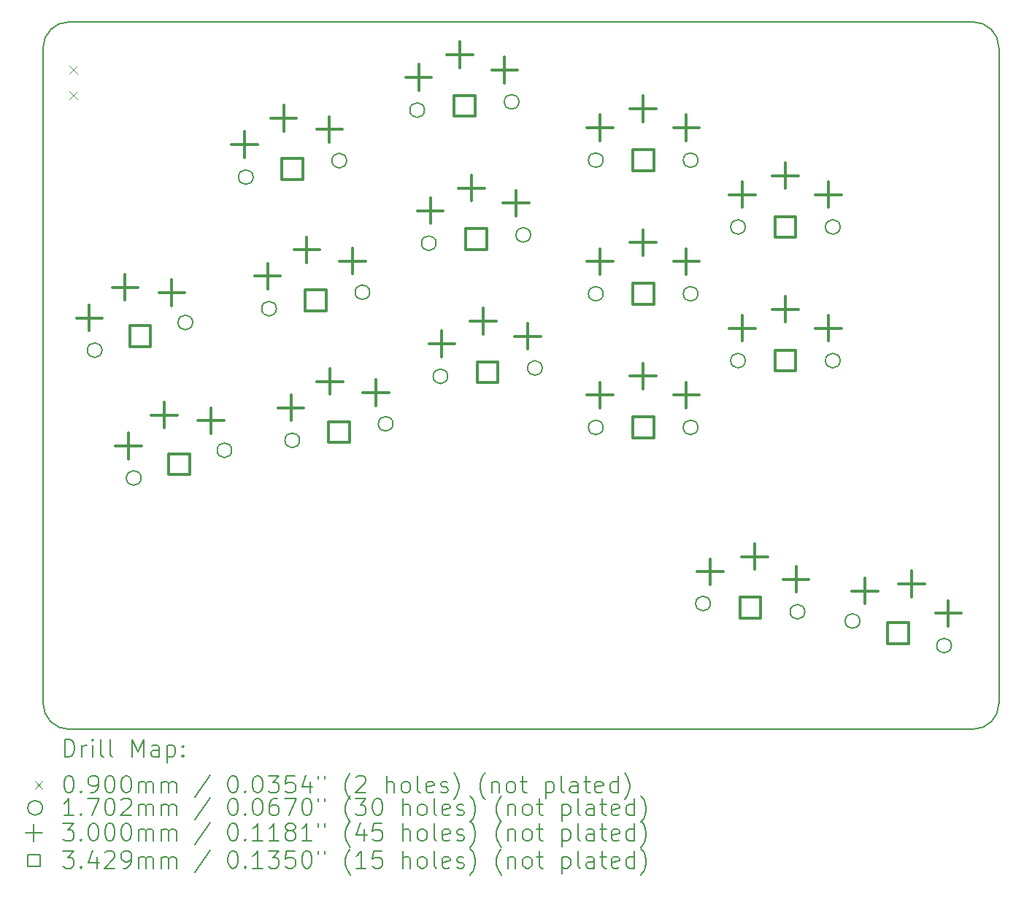
<source format=gbr>
%FSLAX45Y45*%
G04 Gerber Fmt 4.5, Leading zero omitted, Abs format (unit mm)*
G04 Created by KiCad (PCBNEW (6.0.4-0)) date 2022-06-15 11:12:56*
%MOMM*%
%LPD*%
G01*
G04 APERTURE LIST*
%TA.AperFunction,Profile*%
%ADD10C,0.150000*%
%TD*%
%ADD11C,0.200000*%
%ADD12C,0.090000*%
%ADD13C,0.170180*%
%ADD14C,0.300000*%
%ADD15C,0.342900*%
G04 APERTURE END LIST*
D10*
X19450634Y-5704187D02*
X29937965Y-5704187D01*
X30237973Y-6004187D02*
G75*
G03*
X29937965Y-5704187I-300003J-3D01*
G01*
X29937965Y-13909590D02*
X19450634Y-13909590D01*
X30237965Y-6004187D02*
X30237965Y-13609590D01*
X29937965Y-13909585D02*
G75*
G03*
X30237965Y-13609590I5J299995D01*
G01*
X19150640Y-13609590D02*
G75*
G03*
X19450634Y-13909590I299990J-10D01*
G01*
X19450634Y-5704184D02*
G75*
G03*
X19150634Y-6004187I6J-300006D01*
G01*
X19150634Y-13609590D02*
X19150634Y-6004187D01*
D11*
D12*
X19457176Y-6211550D02*
X19547176Y-6301550D01*
X19547176Y-6211550D02*
X19457176Y-6301550D01*
X19457176Y-6511550D02*
X19547176Y-6601550D01*
X19547176Y-6511550D02*
X19457176Y-6601550D01*
D13*
X19833566Y-9512519D02*
G75*
G03*
X19833566Y-9512519I-85090J0D01*
G01*
X20286742Y-10994792D02*
G75*
G03*
X20286742Y-10994792I-85090J0D01*
G01*
X20885501Y-9190910D02*
G75*
G03*
X20885501Y-9190910I-85090J0D01*
G01*
X21338677Y-10673183D02*
G75*
G03*
X21338677Y-10673183I-85090J0D01*
G01*
X21587224Y-7504615D02*
G75*
G03*
X21587224Y-7504615I-85090J0D01*
G01*
X21856378Y-9031068D02*
G75*
G03*
X21856378Y-9031068I-85090J0D01*
G01*
X22125533Y-10557520D02*
G75*
G03*
X22125533Y-10557520I-85090J0D01*
G01*
X22670512Y-7313602D02*
G75*
G03*
X22670512Y-7313602I-85090J0D01*
G01*
X22939667Y-8840055D02*
G75*
G03*
X22939667Y-8840055I-85090J0D01*
G01*
X23208821Y-10366507D02*
G75*
G03*
X23208821Y-10366507I-85090J0D01*
G01*
X23574406Y-6727138D02*
G75*
G03*
X23574406Y-6727138I-85090J0D01*
G01*
X23709498Y-8271240D02*
G75*
G03*
X23709498Y-8271240I-85090J0D01*
G01*
X23844589Y-9815342D02*
G75*
G03*
X23844589Y-9815342I-85090J0D01*
G01*
X24670220Y-6631267D02*
G75*
G03*
X24670220Y-6631267I-85090J0D01*
G01*
X24805312Y-8175369D02*
G75*
G03*
X24805312Y-8175369I-85090J0D01*
G01*
X24940403Y-9719471D02*
G75*
G03*
X24940403Y-9719471I-85090J0D01*
G01*
X25646290Y-7308200D02*
G75*
G03*
X25646290Y-7308200I-85090J0D01*
G01*
X25646290Y-8858200D02*
G75*
G03*
X25646290Y-8858200I-85090J0D01*
G01*
X25646290Y-10408200D02*
G75*
G03*
X25646290Y-10408200I-85090J0D01*
G01*
X26746290Y-7308200D02*
G75*
G03*
X26746290Y-7308200I-85090J0D01*
G01*
X26746290Y-8858200D02*
G75*
G03*
X26746290Y-8858200I-85090J0D01*
G01*
X26746290Y-10408200D02*
G75*
G03*
X26746290Y-10408200I-85090J0D01*
G01*
X26890280Y-12451071D02*
G75*
G03*
X26890280Y-12451071I-85090J0D01*
G01*
X27296290Y-8083200D02*
G75*
G03*
X27296290Y-8083200I-85090J0D01*
G01*
X27296290Y-9633200D02*
G75*
G03*
X27296290Y-9633200I-85090J0D01*
G01*
X27986095Y-12546942D02*
G75*
G03*
X27986095Y-12546942I-85090J0D01*
G01*
X28396290Y-8083200D02*
G75*
G03*
X28396290Y-8083200I-85090J0D01*
G01*
X28396290Y-9633200D02*
G75*
G03*
X28396290Y-9633200I-85090J0D01*
G01*
X28624323Y-12654566D02*
G75*
G03*
X28624323Y-12654566I-85090J0D01*
G01*
X29686841Y-12939267D02*
G75*
G03*
X29686841Y-12939267I-85090J0D01*
G01*
D14*
X19686651Y-8989287D02*
X19686651Y-9289287D01*
X19536651Y-9139287D02*
X19836651Y-9139287D01*
X20100482Y-8632714D02*
X20100482Y-8932714D01*
X19950482Y-8782714D02*
X20250482Y-8782714D01*
X20139828Y-10471559D02*
X20139828Y-10771559D01*
X19989828Y-10621559D02*
X20289828Y-10621559D01*
X20553658Y-10114986D02*
X20553658Y-10414986D01*
X20403658Y-10264986D02*
X20703658Y-10264986D01*
X20642956Y-8696915D02*
X20642956Y-8996915D01*
X20492956Y-8846915D02*
X20792956Y-8846915D01*
X21096132Y-10179187D02*
X21096132Y-10479187D01*
X20946132Y-10329187D02*
X21246132Y-10329187D01*
X21486256Y-6976630D02*
X21486256Y-7276630D01*
X21336256Y-7126630D02*
X21636256Y-7126630D01*
X21755411Y-8503082D02*
X21755411Y-8803082D01*
X21605411Y-8653082D02*
X21905411Y-8653082D01*
X21940457Y-6673148D02*
X21940457Y-6973148D01*
X21790457Y-6823148D02*
X22090457Y-6823148D01*
X22024565Y-10029534D02*
X22024565Y-10329534D01*
X21874565Y-10179534D02*
X22174565Y-10179534D01*
X22209612Y-8199600D02*
X22209612Y-8499600D01*
X22059612Y-8349600D02*
X22359612Y-8349600D01*
X22471064Y-6802982D02*
X22471064Y-7102982D01*
X22321064Y-6952982D02*
X22621064Y-6952982D01*
X22478766Y-9726052D02*
X22478766Y-10026052D01*
X22328767Y-9876052D02*
X22628766Y-9876052D01*
X22740218Y-8329434D02*
X22740218Y-8629434D01*
X22590218Y-8479434D02*
X22890218Y-8479434D01*
X23009373Y-9855886D02*
X23009373Y-10155886D01*
X22859373Y-10005886D02*
X23159373Y-10005886D01*
X23506442Y-6199208D02*
X23506442Y-6499208D01*
X23356442Y-6349208D02*
X23656442Y-6349208D01*
X23641534Y-7743309D02*
X23641534Y-8043309D01*
X23491534Y-7893309D02*
X23791534Y-7893309D01*
X23776625Y-9287411D02*
X23776625Y-9587411D01*
X23626625Y-9437411D02*
X23926625Y-9437411D01*
X23985365Y-5936467D02*
X23985365Y-6236467D01*
X23835365Y-6086467D02*
X24135365Y-6086467D01*
X24120457Y-7480569D02*
X24120457Y-7780569D01*
X23970457Y-7630569D02*
X24270457Y-7630569D01*
X24255548Y-9024670D02*
X24255548Y-9324670D01*
X24105548Y-9174670D02*
X24405548Y-9174670D01*
X24502637Y-6112052D02*
X24502637Y-6412052D01*
X24352637Y-6262052D02*
X24652637Y-6262052D01*
X24637729Y-7656154D02*
X24637729Y-7956154D01*
X24487729Y-7806154D02*
X24787729Y-7806154D01*
X24772820Y-9200255D02*
X24772820Y-9500255D01*
X24622820Y-9350255D02*
X24922820Y-9350255D01*
X25611200Y-6783200D02*
X25611200Y-7083200D01*
X25461200Y-6933200D02*
X25761200Y-6933200D01*
X25611200Y-8333200D02*
X25611200Y-8633200D01*
X25461200Y-8483200D02*
X25761200Y-8483200D01*
X25611200Y-9883200D02*
X25611200Y-10183200D01*
X25461200Y-10033200D02*
X25761200Y-10033200D01*
X26111200Y-6563200D02*
X26111200Y-6863200D01*
X25961200Y-6713200D02*
X26261200Y-6713200D01*
X26111200Y-8113200D02*
X26111200Y-8413200D01*
X25961200Y-8263200D02*
X26261200Y-8263200D01*
X26111200Y-9663200D02*
X26111200Y-9963200D01*
X25961200Y-9813200D02*
X26261200Y-9813200D01*
X26611200Y-6783200D02*
X26611200Y-7083200D01*
X26461200Y-6933200D02*
X26761200Y-6933200D01*
X26611200Y-8333200D02*
X26611200Y-8633200D01*
X26461200Y-8483200D02*
X26761200Y-8483200D01*
X26611200Y-9883200D02*
X26611200Y-10183200D01*
X26461200Y-10033200D02*
X26761200Y-10033200D01*
X26887683Y-11931856D02*
X26887683Y-12231856D01*
X26737683Y-12081856D02*
X27037683Y-12081856D01*
X27261200Y-7558200D02*
X27261200Y-7858200D01*
X27111200Y-7708200D02*
X27411200Y-7708200D01*
X27261200Y-9108200D02*
X27261200Y-9408200D01*
X27111200Y-9258200D02*
X27411200Y-9258200D01*
X27404955Y-11756271D02*
X27404955Y-12056271D01*
X27254955Y-11906271D02*
X27554955Y-11906271D01*
X27761200Y-7338200D02*
X27761200Y-7638200D01*
X27611200Y-7488200D02*
X27911200Y-7488200D01*
X27761200Y-8888200D02*
X27761200Y-9188200D01*
X27611200Y-9038200D02*
X27911200Y-9038200D01*
X27883878Y-12019011D02*
X27883878Y-12319011D01*
X27733878Y-12169011D02*
X28033878Y-12169011D01*
X28261200Y-7558200D02*
X28261200Y-7858200D01*
X28111200Y-7708200D02*
X28411200Y-7708200D01*
X28261200Y-9108200D02*
X28261200Y-9408200D01*
X28111200Y-9258200D02*
X28411200Y-9258200D01*
X28684586Y-12155285D02*
X28684586Y-12455285D01*
X28534586Y-12305285D02*
X28834586Y-12305285D01*
X29224489Y-12072191D02*
X29224489Y-12372191D01*
X29074489Y-12222191D02*
X29374489Y-12222191D01*
X29650512Y-12414104D02*
X29650512Y-12714104D01*
X29500512Y-12564104D02*
X29800512Y-12564104D01*
D15*
X20395678Y-9472949D02*
X20395678Y-9230480D01*
X20153209Y-9230480D01*
X20153209Y-9472949D01*
X20395678Y-9472949D01*
X20848854Y-10955222D02*
X20848854Y-10712753D01*
X20606385Y-10712753D01*
X20606385Y-10955222D01*
X20848854Y-10955222D01*
X22165013Y-7530344D02*
X22165013Y-7287874D01*
X21922543Y-7287874D01*
X21922543Y-7530344D01*
X22165013Y-7530344D01*
X22434167Y-9056796D02*
X22434167Y-8814326D01*
X22191698Y-8814326D01*
X22191698Y-9056796D01*
X22434167Y-9056796D01*
X22703322Y-10583248D02*
X22703322Y-10340778D01*
X22460853Y-10340778D01*
X22460853Y-10583248D01*
X22703322Y-10583248D01*
X24158458Y-6800437D02*
X24158458Y-6557968D01*
X23915989Y-6557968D01*
X23915989Y-6800437D01*
X24158458Y-6800437D01*
X24293549Y-8344539D02*
X24293549Y-8102070D01*
X24051080Y-8102070D01*
X24051080Y-8344539D01*
X24293549Y-8344539D01*
X24428641Y-9888641D02*
X24428641Y-9646172D01*
X24186171Y-9646172D01*
X24186171Y-9888641D01*
X24428641Y-9888641D01*
X26232435Y-7429435D02*
X26232435Y-7186965D01*
X25989965Y-7186965D01*
X25989965Y-7429435D01*
X26232435Y-7429435D01*
X26232435Y-8979435D02*
X26232435Y-8736965D01*
X25989965Y-8736965D01*
X25989965Y-8979435D01*
X26232435Y-8979435D01*
X26232435Y-10529435D02*
X26232435Y-10286965D01*
X25989965Y-10286965D01*
X25989965Y-10529435D01*
X26232435Y-10529435D01*
X27474332Y-12620241D02*
X27474332Y-12377772D01*
X27231863Y-12377772D01*
X27231863Y-12620241D01*
X27474332Y-12620241D01*
X27882435Y-8204435D02*
X27882435Y-7961965D01*
X27639965Y-7961965D01*
X27639965Y-8204435D01*
X27882435Y-8204435D01*
X27882435Y-9754435D02*
X27882435Y-9511965D01*
X27639965Y-9511965D01*
X27639965Y-9754435D01*
X27882435Y-9754435D01*
X29191727Y-12918152D02*
X29191727Y-12675682D01*
X28949258Y-12675682D01*
X28949258Y-12918152D01*
X29191727Y-12918152D01*
D11*
X19400753Y-14227566D02*
X19400753Y-14027566D01*
X19448372Y-14027566D01*
X19476944Y-14037090D01*
X19495991Y-14056137D01*
X19505515Y-14075185D01*
X19515039Y-14113280D01*
X19515039Y-14141852D01*
X19505515Y-14179947D01*
X19495991Y-14198995D01*
X19476944Y-14218042D01*
X19448372Y-14227566D01*
X19400753Y-14227566D01*
X19600753Y-14227566D02*
X19600753Y-14094233D01*
X19600753Y-14132328D02*
X19610277Y-14113280D01*
X19619801Y-14103756D01*
X19638849Y-14094233D01*
X19657896Y-14094233D01*
X19724563Y-14227566D02*
X19724563Y-14094233D01*
X19724563Y-14027566D02*
X19715039Y-14037090D01*
X19724563Y-14046614D01*
X19734087Y-14037090D01*
X19724563Y-14027566D01*
X19724563Y-14046614D01*
X19848372Y-14227566D02*
X19829325Y-14218042D01*
X19819801Y-14198995D01*
X19819801Y-14027566D01*
X19953134Y-14227566D02*
X19934087Y-14218042D01*
X19924563Y-14198995D01*
X19924563Y-14027566D01*
X20181706Y-14227566D02*
X20181706Y-14027566D01*
X20248372Y-14170423D01*
X20315039Y-14027566D01*
X20315039Y-14227566D01*
X20495991Y-14227566D02*
X20495991Y-14122804D01*
X20486468Y-14103756D01*
X20467420Y-14094233D01*
X20429325Y-14094233D01*
X20410277Y-14103756D01*
X20495991Y-14218042D02*
X20476944Y-14227566D01*
X20429325Y-14227566D01*
X20410277Y-14218042D01*
X20400753Y-14198995D01*
X20400753Y-14179947D01*
X20410277Y-14160899D01*
X20429325Y-14151376D01*
X20476944Y-14151376D01*
X20495991Y-14141852D01*
X20591230Y-14094233D02*
X20591230Y-14294233D01*
X20591230Y-14103756D02*
X20610277Y-14094233D01*
X20648372Y-14094233D01*
X20667420Y-14103756D01*
X20676944Y-14113280D01*
X20686468Y-14132328D01*
X20686468Y-14189471D01*
X20676944Y-14208518D01*
X20667420Y-14218042D01*
X20648372Y-14227566D01*
X20610277Y-14227566D01*
X20591230Y-14218042D01*
X20772182Y-14208518D02*
X20781706Y-14218042D01*
X20772182Y-14227566D01*
X20762658Y-14218042D01*
X20772182Y-14208518D01*
X20772182Y-14227566D01*
X20772182Y-14103756D02*
X20781706Y-14113280D01*
X20772182Y-14122804D01*
X20762658Y-14113280D01*
X20772182Y-14103756D01*
X20772182Y-14122804D01*
D12*
X19053134Y-14512090D02*
X19143134Y-14602090D01*
X19143134Y-14512090D02*
X19053134Y-14602090D01*
D11*
X19438849Y-14447566D02*
X19457896Y-14447566D01*
X19476944Y-14457090D01*
X19486468Y-14466614D01*
X19495991Y-14485661D01*
X19505515Y-14523756D01*
X19505515Y-14571376D01*
X19495991Y-14609471D01*
X19486468Y-14628518D01*
X19476944Y-14638042D01*
X19457896Y-14647566D01*
X19438849Y-14647566D01*
X19419801Y-14638042D01*
X19410277Y-14628518D01*
X19400753Y-14609471D01*
X19391230Y-14571376D01*
X19391230Y-14523756D01*
X19400753Y-14485661D01*
X19410277Y-14466614D01*
X19419801Y-14457090D01*
X19438849Y-14447566D01*
X19591230Y-14628518D02*
X19600753Y-14638042D01*
X19591230Y-14647566D01*
X19581706Y-14638042D01*
X19591230Y-14628518D01*
X19591230Y-14647566D01*
X19695991Y-14647566D02*
X19734087Y-14647566D01*
X19753134Y-14638042D01*
X19762658Y-14628518D01*
X19781706Y-14599947D01*
X19791230Y-14561852D01*
X19791230Y-14485661D01*
X19781706Y-14466614D01*
X19772182Y-14457090D01*
X19753134Y-14447566D01*
X19715039Y-14447566D01*
X19695991Y-14457090D01*
X19686468Y-14466614D01*
X19676944Y-14485661D01*
X19676944Y-14533280D01*
X19686468Y-14552328D01*
X19695991Y-14561852D01*
X19715039Y-14571376D01*
X19753134Y-14571376D01*
X19772182Y-14561852D01*
X19781706Y-14552328D01*
X19791230Y-14533280D01*
X19915039Y-14447566D02*
X19934087Y-14447566D01*
X19953134Y-14457090D01*
X19962658Y-14466614D01*
X19972182Y-14485661D01*
X19981706Y-14523756D01*
X19981706Y-14571376D01*
X19972182Y-14609471D01*
X19962658Y-14628518D01*
X19953134Y-14638042D01*
X19934087Y-14647566D01*
X19915039Y-14647566D01*
X19895991Y-14638042D01*
X19886468Y-14628518D01*
X19876944Y-14609471D01*
X19867420Y-14571376D01*
X19867420Y-14523756D01*
X19876944Y-14485661D01*
X19886468Y-14466614D01*
X19895991Y-14457090D01*
X19915039Y-14447566D01*
X20105515Y-14447566D02*
X20124563Y-14447566D01*
X20143610Y-14457090D01*
X20153134Y-14466614D01*
X20162658Y-14485661D01*
X20172182Y-14523756D01*
X20172182Y-14571376D01*
X20162658Y-14609471D01*
X20153134Y-14628518D01*
X20143610Y-14638042D01*
X20124563Y-14647566D01*
X20105515Y-14647566D01*
X20086468Y-14638042D01*
X20076944Y-14628518D01*
X20067420Y-14609471D01*
X20057896Y-14571376D01*
X20057896Y-14523756D01*
X20067420Y-14485661D01*
X20076944Y-14466614D01*
X20086468Y-14457090D01*
X20105515Y-14447566D01*
X20257896Y-14647566D02*
X20257896Y-14514233D01*
X20257896Y-14533280D02*
X20267420Y-14523756D01*
X20286468Y-14514233D01*
X20315039Y-14514233D01*
X20334087Y-14523756D01*
X20343610Y-14542804D01*
X20343610Y-14647566D01*
X20343610Y-14542804D02*
X20353134Y-14523756D01*
X20372182Y-14514233D01*
X20400753Y-14514233D01*
X20419801Y-14523756D01*
X20429325Y-14542804D01*
X20429325Y-14647566D01*
X20524563Y-14647566D02*
X20524563Y-14514233D01*
X20524563Y-14533280D02*
X20534087Y-14523756D01*
X20553134Y-14514233D01*
X20581706Y-14514233D01*
X20600753Y-14523756D01*
X20610277Y-14542804D01*
X20610277Y-14647566D01*
X20610277Y-14542804D02*
X20619801Y-14523756D01*
X20638849Y-14514233D01*
X20667420Y-14514233D01*
X20686468Y-14523756D01*
X20695991Y-14542804D01*
X20695991Y-14647566D01*
X21086468Y-14438042D02*
X20915039Y-14695185D01*
X21343610Y-14447566D02*
X21362658Y-14447566D01*
X21381706Y-14457090D01*
X21391230Y-14466614D01*
X21400753Y-14485661D01*
X21410277Y-14523756D01*
X21410277Y-14571376D01*
X21400753Y-14609471D01*
X21391230Y-14628518D01*
X21381706Y-14638042D01*
X21362658Y-14647566D01*
X21343610Y-14647566D01*
X21324563Y-14638042D01*
X21315039Y-14628518D01*
X21305515Y-14609471D01*
X21295991Y-14571376D01*
X21295991Y-14523756D01*
X21305515Y-14485661D01*
X21315039Y-14466614D01*
X21324563Y-14457090D01*
X21343610Y-14447566D01*
X21495991Y-14628518D02*
X21505515Y-14638042D01*
X21495991Y-14647566D01*
X21486468Y-14638042D01*
X21495991Y-14628518D01*
X21495991Y-14647566D01*
X21629325Y-14447566D02*
X21648372Y-14447566D01*
X21667420Y-14457090D01*
X21676944Y-14466614D01*
X21686468Y-14485661D01*
X21695991Y-14523756D01*
X21695991Y-14571376D01*
X21686468Y-14609471D01*
X21676944Y-14628518D01*
X21667420Y-14638042D01*
X21648372Y-14647566D01*
X21629325Y-14647566D01*
X21610277Y-14638042D01*
X21600753Y-14628518D01*
X21591230Y-14609471D01*
X21581706Y-14571376D01*
X21581706Y-14523756D01*
X21591230Y-14485661D01*
X21600753Y-14466614D01*
X21610277Y-14457090D01*
X21629325Y-14447566D01*
X21762658Y-14447566D02*
X21886468Y-14447566D01*
X21819801Y-14523756D01*
X21848372Y-14523756D01*
X21867420Y-14533280D01*
X21876944Y-14542804D01*
X21886468Y-14561852D01*
X21886468Y-14609471D01*
X21876944Y-14628518D01*
X21867420Y-14638042D01*
X21848372Y-14647566D01*
X21791230Y-14647566D01*
X21772182Y-14638042D01*
X21762658Y-14628518D01*
X22067420Y-14447566D02*
X21972182Y-14447566D01*
X21962658Y-14542804D01*
X21972182Y-14533280D01*
X21991230Y-14523756D01*
X22038849Y-14523756D01*
X22057896Y-14533280D01*
X22067420Y-14542804D01*
X22076944Y-14561852D01*
X22076944Y-14609471D01*
X22067420Y-14628518D01*
X22057896Y-14638042D01*
X22038849Y-14647566D01*
X21991230Y-14647566D01*
X21972182Y-14638042D01*
X21962658Y-14628518D01*
X22248372Y-14514233D02*
X22248372Y-14647566D01*
X22200753Y-14438042D02*
X22153134Y-14580899D01*
X22276944Y-14580899D01*
X22343610Y-14447566D02*
X22343610Y-14485661D01*
X22419801Y-14447566D02*
X22419801Y-14485661D01*
X22715039Y-14723756D02*
X22705515Y-14714233D01*
X22686468Y-14685661D01*
X22676944Y-14666614D01*
X22667420Y-14638042D01*
X22657896Y-14590423D01*
X22657896Y-14552328D01*
X22667420Y-14504709D01*
X22676944Y-14476137D01*
X22686468Y-14457090D01*
X22705515Y-14428518D01*
X22715039Y-14418995D01*
X22781706Y-14466614D02*
X22791229Y-14457090D01*
X22810277Y-14447566D01*
X22857896Y-14447566D01*
X22876944Y-14457090D01*
X22886468Y-14466614D01*
X22895991Y-14485661D01*
X22895991Y-14504709D01*
X22886468Y-14533280D01*
X22772182Y-14647566D01*
X22895991Y-14647566D01*
X23134087Y-14647566D02*
X23134087Y-14447566D01*
X23219801Y-14647566D02*
X23219801Y-14542804D01*
X23210277Y-14523756D01*
X23191229Y-14514233D01*
X23162658Y-14514233D01*
X23143610Y-14523756D01*
X23134087Y-14533280D01*
X23343610Y-14647566D02*
X23324563Y-14638042D01*
X23315039Y-14628518D01*
X23305515Y-14609471D01*
X23305515Y-14552328D01*
X23315039Y-14533280D01*
X23324563Y-14523756D01*
X23343610Y-14514233D01*
X23372182Y-14514233D01*
X23391229Y-14523756D01*
X23400753Y-14533280D01*
X23410277Y-14552328D01*
X23410277Y-14609471D01*
X23400753Y-14628518D01*
X23391229Y-14638042D01*
X23372182Y-14647566D01*
X23343610Y-14647566D01*
X23524563Y-14647566D02*
X23505515Y-14638042D01*
X23495991Y-14618995D01*
X23495991Y-14447566D01*
X23676944Y-14638042D02*
X23657896Y-14647566D01*
X23619801Y-14647566D01*
X23600753Y-14638042D01*
X23591229Y-14618995D01*
X23591229Y-14542804D01*
X23600753Y-14523756D01*
X23619801Y-14514233D01*
X23657896Y-14514233D01*
X23676944Y-14523756D01*
X23686468Y-14542804D01*
X23686468Y-14561852D01*
X23591229Y-14580899D01*
X23762658Y-14638042D02*
X23781706Y-14647566D01*
X23819801Y-14647566D01*
X23838848Y-14638042D01*
X23848372Y-14618995D01*
X23848372Y-14609471D01*
X23838848Y-14590423D01*
X23819801Y-14580899D01*
X23791229Y-14580899D01*
X23772182Y-14571376D01*
X23762658Y-14552328D01*
X23762658Y-14542804D01*
X23772182Y-14523756D01*
X23791229Y-14514233D01*
X23819801Y-14514233D01*
X23838848Y-14523756D01*
X23915039Y-14723756D02*
X23924563Y-14714233D01*
X23943610Y-14685661D01*
X23953134Y-14666614D01*
X23962658Y-14638042D01*
X23972182Y-14590423D01*
X23972182Y-14552328D01*
X23962658Y-14504709D01*
X23953134Y-14476137D01*
X23943610Y-14457090D01*
X23924563Y-14428518D01*
X23915039Y-14418995D01*
X24276944Y-14723756D02*
X24267420Y-14714233D01*
X24248372Y-14685661D01*
X24238848Y-14666614D01*
X24229325Y-14638042D01*
X24219801Y-14590423D01*
X24219801Y-14552328D01*
X24229325Y-14504709D01*
X24238848Y-14476137D01*
X24248372Y-14457090D01*
X24267420Y-14428518D01*
X24276944Y-14418995D01*
X24353134Y-14514233D02*
X24353134Y-14647566D01*
X24353134Y-14533280D02*
X24362658Y-14523756D01*
X24381706Y-14514233D01*
X24410277Y-14514233D01*
X24429325Y-14523756D01*
X24438848Y-14542804D01*
X24438848Y-14647566D01*
X24562658Y-14647566D02*
X24543610Y-14638042D01*
X24534087Y-14628518D01*
X24524563Y-14609471D01*
X24524563Y-14552328D01*
X24534087Y-14533280D01*
X24543610Y-14523756D01*
X24562658Y-14514233D01*
X24591229Y-14514233D01*
X24610277Y-14523756D01*
X24619801Y-14533280D01*
X24629325Y-14552328D01*
X24629325Y-14609471D01*
X24619801Y-14628518D01*
X24610277Y-14638042D01*
X24591229Y-14647566D01*
X24562658Y-14647566D01*
X24686468Y-14514233D02*
X24762658Y-14514233D01*
X24715039Y-14447566D02*
X24715039Y-14618995D01*
X24724563Y-14638042D01*
X24743610Y-14647566D01*
X24762658Y-14647566D01*
X24981706Y-14514233D02*
X24981706Y-14714233D01*
X24981706Y-14523756D02*
X25000753Y-14514233D01*
X25038848Y-14514233D01*
X25057896Y-14523756D01*
X25067420Y-14533280D01*
X25076944Y-14552328D01*
X25076944Y-14609471D01*
X25067420Y-14628518D01*
X25057896Y-14638042D01*
X25038848Y-14647566D01*
X25000753Y-14647566D01*
X24981706Y-14638042D01*
X25191229Y-14647566D02*
X25172182Y-14638042D01*
X25162658Y-14618995D01*
X25162658Y-14447566D01*
X25353134Y-14647566D02*
X25353134Y-14542804D01*
X25343610Y-14523756D01*
X25324563Y-14514233D01*
X25286468Y-14514233D01*
X25267420Y-14523756D01*
X25353134Y-14638042D02*
X25334087Y-14647566D01*
X25286468Y-14647566D01*
X25267420Y-14638042D01*
X25257896Y-14618995D01*
X25257896Y-14599947D01*
X25267420Y-14580899D01*
X25286468Y-14571376D01*
X25334087Y-14571376D01*
X25353134Y-14561852D01*
X25419801Y-14514233D02*
X25495991Y-14514233D01*
X25448372Y-14447566D02*
X25448372Y-14618995D01*
X25457896Y-14638042D01*
X25476944Y-14647566D01*
X25495991Y-14647566D01*
X25638848Y-14638042D02*
X25619801Y-14647566D01*
X25581706Y-14647566D01*
X25562658Y-14638042D01*
X25553134Y-14618995D01*
X25553134Y-14542804D01*
X25562658Y-14523756D01*
X25581706Y-14514233D01*
X25619801Y-14514233D01*
X25638848Y-14523756D01*
X25648372Y-14542804D01*
X25648372Y-14561852D01*
X25553134Y-14580899D01*
X25819801Y-14647566D02*
X25819801Y-14447566D01*
X25819801Y-14638042D02*
X25800753Y-14647566D01*
X25762658Y-14647566D01*
X25743610Y-14638042D01*
X25734087Y-14628518D01*
X25724563Y-14609471D01*
X25724563Y-14552328D01*
X25734087Y-14533280D01*
X25743610Y-14523756D01*
X25762658Y-14514233D01*
X25800753Y-14514233D01*
X25819801Y-14523756D01*
X25895991Y-14723756D02*
X25905515Y-14714233D01*
X25924563Y-14685661D01*
X25934087Y-14666614D01*
X25943610Y-14638042D01*
X25953134Y-14590423D01*
X25953134Y-14552328D01*
X25943610Y-14504709D01*
X25934087Y-14476137D01*
X25924563Y-14457090D01*
X25905515Y-14428518D01*
X25895991Y-14418995D01*
D13*
X19143134Y-14821090D02*
G75*
G03*
X19143134Y-14821090I-85090J0D01*
G01*
D11*
X19505515Y-14911566D02*
X19391230Y-14911566D01*
X19448372Y-14911566D02*
X19448372Y-14711566D01*
X19429325Y-14740137D01*
X19410277Y-14759185D01*
X19391230Y-14768709D01*
X19591230Y-14892518D02*
X19600753Y-14902042D01*
X19591230Y-14911566D01*
X19581706Y-14902042D01*
X19591230Y-14892518D01*
X19591230Y-14911566D01*
X19667420Y-14711566D02*
X19800753Y-14711566D01*
X19715039Y-14911566D01*
X19915039Y-14711566D02*
X19934087Y-14711566D01*
X19953134Y-14721090D01*
X19962658Y-14730614D01*
X19972182Y-14749661D01*
X19981706Y-14787756D01*
X19981706Y-14835376D01*
X19972182Y-14873471D01*
X19962658Y-14892518D01*
X19953134Y-14902042D01*
X19934087Y-14911566D01*
X19915039Y-14911566D01*
X19895991Y-14902042D01*
X19886468Y-14892518D01*
X19876944Y-14873471D01*
X19867420Y-14835376D01*
X19867420Y-14787756D01*
X19876944Y-14749661D01*
X19886468Y-14730614D01*
X19895991Y-14721090D01*
X19915039Y-14711566D01*
X20057896Y-14730614D02*
X20067420Y-14721090D01*
X20086468Y-14711566D01*
X20134087Y-14711566D01*
X20153134Y-14721090D01*
X20162658Y-14730614D01*
X20172182Y-14749661D01*
X20172182Y-14768709D01*
X20162658Y-14797280D01*
X20048372Y-14911566D01*
X20172182Y-14911566D01*
X20257896Y-14911566D02*
X20257896Y-14778233D01*
X20257896Y-14797280D02*
X20267420Y-14787756D01*
X20286468Y-14778233D01*
X20315039Y-14778233D01*
X20334087Y-14787756D01*
X20343610Y-14806804D01*
X20343610Y-14911566D01*
X20343610Y-14806804D02*
X20353134Y-14787756D01*
X20372182Y-14778233D01*
X20400753Y-14778233D01*
X20419801Y-14787756D01*
X20429325Y-14806804D01*
X20429325Y-14911566D01*
X20524563Y-14911566D02*
X20524563Y-14778233D01*
X20524563Y-14797280D02*
X20534087Y-14787756D01*
X20553134Y-14778233D01*
X20581706Y-14778233D01*
X20600753Y-14787756D01*
X20610277Y-14806804D01*
X20610277Y-14911566D01*
X20610277Y-14806804D02*
X20619801Y-14787756D01*
X20638849Y-14778233D01*
X20667420Y-14778233D01*
X20686468Y-14787756D01*
X20695991Y-14806804D01*
X20695991Y-14911566D01*
X21086468Y-14702042D02*
X20915039Y-14959185D01*
X21343610Y-14711566D02*
X21362658Y-14711566D01*
X21381706Y-14721090D01*
X21391230Y-14730614D01*
X21400753Y-14749661D01*
X21410277Y-14787756D01*
X21410277Y-14835376D01*
X21400753Y-14873471D01*
X21391230Y-14892518D01*
X21381706Y-14902042D01*
X21362658Y-14911566D01*
X21343610Y-14911566D01*
X21324563Y-14902042D01*
X21315039Y-14892518D01*
X21305515Y-14873471D01*
X21295991Y-14835376D01*
X21295991Y-14787756D01*
X21305515Y-14749661D01*
X21315039Y-14730614D01*
X21324563Y-14721090D01*
X21343610Y-14711566D01*
X21495991Y-14892518D02*
X21505515Y-14902042D01*
X21495991Y-14911566D01*
X21486468Y-14902042D01*
X21495991Y-14892518D01*
X21495991Y-14911566D01*
X21629325Y-14711566D02*
X21648372Y-14711566D01*
X21667420Y-14721090D01*
X21676944Y-14730614D01*
X21686468Y-14749661D01*
X21695991Y-14787756D01*
X21695991Y-14835376D01*
X21686468Y-14873471D01*
X21676944Y-14892518D01*
X21667420Y-14902042D01*
X21648372Y-14911566D01*
X21629325Y-14911566D01*
X21610277Y-14902042D01*
X21600753Y-14892518D01*
X21591230Y-14873471D01*
X21581706Y-14835376D01*
X21581706Y-14787756D01*
X21591230Y-14749661D01*
X21600753Y-14730614D01*
X21610277Y-14721090D01*
X21629325Y-14711566D01*
X21867420Y-14711566D02*
X21829325Y-14711566D01*
X21810277Y-14721090D01*
X21800753Y-14730614D01*
X21781706Y-14759185D01*
X21772182Y-14797280D01*
X21772182Y-14873471D01*
X21781706Y-14892518D01*
X21791230Y-14902042D01*
X21810277Y-14911566D01*
X21848372Y-14911566D01*
X21867420Y-14902042D01*
X21876944Y-14892518D01*
X21886468Y-14873471D01*
X21886468Y-14825852D01*
X21876944Y-14806804D01*
X21867420Y-14797280D01*
X21848372Y-14787756D01*
X21810277Y-14787756D01*
X21791230Y-14797280D01*
X21781706Y-14806804D01*
X21772182Y-14825852D01*
X21953134Y-14711566D02*
X22086468Y-14711566D01*
X22000753Y-14911566D01*
X22200753Y-14711566D02*
X22219801Y-14711566D01*
X22238849Y-14721090D01*
X22248372Y-14730614D01*
X22257896Y-14749661D01*
X22267420Y-14787756D01*
X22267420Y-14835376D01*
X22257896Y-14873471D01*
X22248372Y-14892518D01*
X22238849Y-14902042D01*
X22219801Y-14911566D01*
X22200753Y-14911566D01*
X22181706Y-14902042D01*
X22172182Y-14892518D01*
X22162658Y-14873471D01*
X22153134Y-14835376D01*
X22153134Y-14787756D01*
X22162658Y-14749661D01*
X22172182Y-14730614D01*
X22181706Y-14721090D01*
X22200753Y-14711566D01*
X22343610Y-14711566D02*
X22343610Y-14749661D01*
X22419801Y-14711566D02*
X22419801Y-14749661D01*
X22715039Y-14987756D02*
X22705515Y-14978233D01*
X22686468Y-14949661D01*
X22676944Y-14930614D01*
X22667420Y-14902042D01*
X22657896Y-14854423D01*
X22657896Y-14816328D01*
X22667420Y-14768709D01*
X22676944Y-14740137D01*
X22686468Y-14721090D01*
X22705515Y-14692518D01*
X22715039Y-14682995D01*
X22772182Y-14711566D02*
X22895991Y-14711566D01*
X22829325Y-14787756D01*
X22857896Y-14787756D01*
X22876944Y-14797280D01*
X22886468Y-14806804D01*
X22895991Y-14825852D01*
X22895991Y-14873471D01*
X22886468Y-14892518D01*
X22876944Y-14902042D01*
X22857896Y-14911566D01*
X22800753Y-14911566D01*
X22781706Y-14902042D01*
X22772182Y-14892518D01*
X23019801Y-14711566D02*
X23038848Y-14711566D01*
X23057896Y-14721090D01*
X23067420Y-14730614D01*
X23076944Y-14749661D01*
X23086468Y-14787756D01*
X23086468Y-14835376D01*
X23076944Y-14873471D01*
X23067420Y-14892518D01*
X23057896Y-14902042D01*
X23038848Y-14911566D01*
X23019801Y-14911566D01*
X23000753Y-14902042D01*
X22991229Y-14892518D01*
X22981706Y-14873471D01*
X22972182Y-14835376D01*
X22972182Y-14787756D01*
X22981706Y-14749661D01*
X22991229Y-14730614D01*
X23000753Y-14721090D01*
X23019801Y-14711566D01*
X23324563Y-14911566D02*
X23324563Y-14711566D01*
X23410277Y-14911566D02*
X23410277Y-14806804D01*
X23400753Y-14787756D01*
X23381706Y-14778233D01*
X23353134Y-14778233D01*
X23334087Y-14787756D01*
X23324563Y-14797280D01*
X23534087Y-14911566D02*
X23515039Y-14902042D01*
X23505515Y-14892518D01*
X23495991Y-14873471D01*
X23495991Y-14816328D01*
X23505515Y-14797280D01*
X23515039Y-14787756D01*
X23534087Y-14778233D01*
X23562658Y-14778233D01*
X23581706Y-14787756D01*
X23591229Y-14797280D01*
X23600753Y-14816328D01*
X23600753Y-14873471D01*
X23591229Y-14892518D01*
X23581706Y-14902042D01*
X23562658Y-14911566D01*
X23534087Y-14911566D01*
X23715039Y-14911566D02*
X23695991Y-14902042D01*
X23686468Y-14882995D01*
X23686468Y-14711566D01*
X23867420Y-14902042D02*
X23848372Y-14911566D01*
X23810277Y-14911566D01*
X23791229Y-14902042D01*
X23781706Y-14882995D01*
X23781706Y-14806804D01*
X23791229Y-14787756D01*
X23810277Y-14778233D01*
X23848372Y-14778233D01*
X23867420Y-14787756D01*
X23876944Y-14806804D01*
X23876944Y-14825852D01*
X23781706Y-14844899D01*
X23953134Y-14902042D02*
X23972182Y-14911566D01*
X24010277Y-14911566D01*
X24029325Y-14902042D01*
X24038848Y-14882995D01*
X24038848Y-14873471D01*
X24029325Y-14854423D01*
X24010277Y-14844899D01*
X23981706Y-14844899D01*
X23962658Y-14835376D01*
X23953134Y-14816328D01*
X23953134Y-14806804D01*
X23962658Y-14787756D01*
X23981706Y-14778233D01*
X24010277Y-14778233D01*
X24029325Y-14787756D01*
X24105515Y-14987756D02*
X24115039Y-14978233D01*
X24134087Y-14949661D01*
X24143610Y-14930614D01*
X24153134Y-14902042D01*
X24162658Y-14854423D01*
X24162658Y-14816328D01*
X24153134Y-14768709D01*
X24143610Y-14740137D01*
X24134087Y-14721090D01*
X24115039Y-14692518D01*
X24105515Y-14682995D01*
X24467420Y-14987756D02*
X24457896Y-14978233D01*
X24438848Y-14949661D01*
X24429325Y-14930614D01*
X24419801Y-14902042D01*
X24410277Y-14854423D01*
X24410277Y-14816328D01*
X24419801Y-14768709D01*
X24429325Y-14740137D01*
X24438848Y-14721090D01*
X24457896Y-14692518D01*
X24467420Y-14682995D01*
X24543610Y-14778233D02*
X24543610Y-14911566D01*
X24543610Y-14797280D02*
X24553134Y-14787756D01*
X24572182Y-14778233D01*
X24600753Y-14778233D01*
X24619801Y-14787756D01*
X24629325Y-14806804D01*
X24629325Y-14911566D01*
X24753134Y-14911566D02*
X24734087Y-14902042D01*
X24724563Y-14892518D01*
X24715039Y-14873471D01*
X24715039Y-14816328D01*
X24724563Y-14797280D01*
X24734087Y-14787756D01*
X24753134Y-14778233D01*
X24781706Y-14778233D01*
X24800753Y-14787756D01*
X24810277Y-14797280D01*
X24819801Y-14816328D01*
X24819801Y-14873471D01*
X24810277Y-14892518D01*
X24800753Y-14902042D01*
X24781706Y-14911566D01*
X24753134Y-14911566D01*
X24876944Y-14778233D02*
X24953134Y-14778233D01*
X24905515Y-14711566D02*
X24905515Y-14882995D01*
X24915039Y-14902042D01*
X24934087Y-14911566D01*
X24953134Y-14911566D01*
X25172182Y-14778233D02*
X25172182Y-14978233D01*
X25172182Y-14787756D02*
X25191229Y-14778233D01*
X25229325Y-14778233D01*
X25248372Y-14787756D01*
X25257896Y-14797280D01*
X25267420Y-14816328D01*
X25267420Y-14873471D01*
X25257896Y-14892518D01*
X25248372Y-14902042D01*
X25229325Y-14911566D01*
X25191229Y-14911566D01*
X25172182Y-14902042D01*
X25381706Y-14911566D02*
X25362658Y-14902042D01*
X25353134Y-14882995D01*
X25353134Y-14711566D01*
X25543610Y-14911566D02*
X25543610Y-14806804D01*
X25534087Y-14787756D01*
X25515039Y-14778233D01*
X25476944Y-14778233D01*
X25457896Y-14787756D01*
X25543610Y-14902042D02*
X25524563Y-14911566D01*
X25476944Y-14911566D01*
X25457896Y-14902042D01*
X25448372Y-14882995D01*
X25448372Y-14863947D01*
X25457896Y-14844899D01*
X25476944Y-14835376D01*
X25524563Y-14835376D01*
X25543610Y-14825852D01*
X25610277Y-14778233D02*
X25686468Y-14778233D01*
X25638848Y-14711566D02*
X25638848Y-14882995D01*
X25648372Y-14902042D01*
X25667420Y-14911566D01*
X25686468Y-14911566D01*
X25829325Y-14902042D02*
X25810277Y-14911566D01*
X25772182Y-14911566D01*
X25753134Y-14902042D01*
X25743610Y-14882995D01*
X25743610Y-14806804D01*
X25753134Y-14787756D01*
X25772182Y-14778233D01*
X25810277Y-14778233D01*
X25829325Y-14787756D01*
X25838848Y-14806804D01*
X25838848Y-14825852D01*
X25743610Y-14844899D01*
X26010277Y-14911566D02*
X26010277Y-14711566D01*
X26010277Y-14902042D02*
X25991229Y-14911566D01*
X25953134Y-14911566D01*
X25934087Y-14902042D01*
X25924563Y-14892518D01*
X25915039Y-14873471D01*
X25915039Y-14816328D01*
X25924563Y-14797280D01*
X25934087Y-14787756D01*
X25953134Y-14778233D01*
X25991229Y-14778233D01*
X26010277Y-14787756D01*
X26086468Y-14987756D02*
X26095991Y-14978233D01*
X26115039Y-14949661D01*
X26124563Y-14930614D01*
X26134087Y-14902042D01*
X26143610Y-14854423D01*
X26143610Y-14816328D01*
X26134087Y-14768709D01*
X26124563Y-14740137D01*
X26115039Y-14721090D01*
X26095991Y-14692518D01*
X26086468Y-14682995D01*
X19043134Y-15011270D02*
X19043134Y-15211270D01*
X18943134Y-15111270D02*
X19143134Y-15111270D01*
X19381706Y-15001746D02*
X19505515Y-15001746D01*
X19438849Y-15077936D01*
X19467420Y-15077936D01*
X19486468Y-15087460D01*
X19495991Y-15096984D01*
X19505515Y-15116032D01*
X19505515Y-15163651D01*
X19495991Y-15182698D01*
X19486468Y-15192222D01*
X19467420Y-15201746D01*
X19410277Y-15201746D01*
X19391230Y-15192222D01*
X19381706Y-15182698D01*
X19591230Y-15182698D02*
X19600753Y-15192222D01*
X19591230Y-15201746D01*
X19581706Y-15192222D01*
X19591230Y-15182698D01*
X19591230Y-15201746D01*
X19724563Y-15001746D02*
X19743610Y-15001746D01*
X19762658Y-15011270D01*
X19772182Y-15020794D01*
X19781706Y-15039841D01*
X19791230Y-15077936D01*
X19791230Y-15125556D01*
X19781706Y-15163651D01*
X19772182Y-15182698D01*
X19762658Y-15192222D01*
X19743610Y-15201746D01*
X19724563Y-15201746D01*
X19705515Y-15192222D01*
X19695991Y-15182698D01*
X19686468Y-15163651D01*
X19676944Y-15125556D01*
X19676944Y-15077936D01*
X19686468Y-15039841D01*
X19695991Y-15020794D01*
X19705515Y-15011270D01*
X19724563Y-15001746D01*
X19915039Y-15001746D02*
X19934087Y-15001746D01*
X19953134Y-15011270D01*
X19962658Y-15020794D01*
X19972182Y-15039841D01*
X19981706Y-15077936D01*
X19981706Y-15125556D01*
X19972182Y-15163651D01*
X19962658Y-15182698D01*
X19953134Y-15192222D01*
X19934087Y-15201746D01*
X19915039Y-15201746D01*
X19895991Y-15192222D01*
X19886468Y-15182698D01*
X19876944Y-15163651D01*
X19867420Y-15125556D01*
X19867420Y-15077936D01*
X19876944Y-15039841D01*
X19886468Y-15020794D01*
X19895991Y-15011270D01*
X19915039Y-15001746D01*
X20105515Y-15001746D02*
X20124563Y-15001746D01*
X20143610Y-15011270D01*
X20153134Y-15020794D01*
X20162658Y-15039841D01*
X20172182Y-15077936D01*
X20172182Y-15125556D01*
X20162658Y-15163651D01*
X20153134Y-15182698D01*
X20143610Y-15192222D01*
X20124563Y-15201746D01*
X20105515Y-15201746D01*
X20086468Y-15192222D01*
X20076944Y-15182698D01*
X20067420Y-15163651D01*
X20057896Y-15125556D01*
X20057896Y-15077936D01*
X20067420Y-15039841D01*
X20076944Y-15020794D01*
X20086468Y-15011270D01*
X20105515Y-15001746D01*
X20257896Y-15201746D02*
X20257896Y-15068413D01*
X20257896Y-15087460D02*
X20267420Y-15077936D01*
X20286468Y-15068413D01*
X20315039Y-15068413D01*
X20334087Y-15077936D01*
X20343610Y-15096984D01*
X20343610Y-15201746D01*
X20343610Y-15096984D02*
X20353134Y-15077936D01*
X20372182Y-15068413D01*
X20400753Y-15068413D01*
X20419801Y-15077936D01*
X20429325Y-15096984D01*
X20429325Y-15201746D01*
X20524563Y-15201746D02*
X20524563Y-15068413D01*
X20524563Y-15087460D02*
X20534087Y-15077936D01*
X20553134Y-15068413D01*
X20581706Y-15068413D01*
X20600753Y-15077936D01*
X20610277Y-15096984D01*
X20610277Y-15201746D01*
X20610277Y-15096984D02*
X20619801Y-15077936D01*
X20638849Y-15068413D01*
X20667420Y-15068413D01*
X20686468Y-15077936D01*
X20695991Y-15096984D01*
X20695991Y-15201746D01*
X21086468Y-14992222D02*
X20915039Y-15249365D01*
X21343610Y-15001746D02*
X21362658Y-15001746D01*
X21381706Y-15011270D01*
X21391230Y-15020794D01*
X21400753Y-15039841D01*
X21410277Y-15077936D01*
X21410277Y-15125556D01*
X21400753Y-15163651D01*
X21391230Y-15182698D01*
X21381706Y-15192222D01*
X21362658Y-15201746D01*
X21343610Y-15201746D01*
X21324563Y-15192222D01*
X21315039Y-15182698D01*
X21305515Y-15163651D01*
X21295991Y-15125556D01*
X21295991Y-15077936D01*
X21305515Y-15039841D01*
X21315039Y-15020794D01*
X21324563Y-15011270D01*
X21343610Y-15001746D01*
X21495991Y-15182698D02*
X21505515Y-15192222D01*
X21495991Y-15201746D01*
X21486468Y-15192222D01*
X21495991Y-15182698D01*
X21495991Y-15201746D01*
X21695991Y-15201746D02*
X21581706Y-15201746D01*
X21638849Y-15201746D02*
X21638849Y-15001746D01*
X21619801Y-15030317D01*
X21600753Y-15049365D01*
X21581706Y-15058889D01*
X21886468Y-15201746D02*
X21772182Y-15201746D01*
X21829325Y-15201746D02*
X21829325Y-15001746D01*
X21810277Y-15030317D01*
X21791230Y-15049365D01*
X21772182Y-15058889D01*
X22000753Y-15087460D02*
X21981706Y-15077936D01*
X21972182Y-15068413D01*
X21962658Y-15049365D01*
X21962658Y-15039841D01*
X21972182Y-15020794D01*
X21981706Y-15011270D01*
X22000753Y-15001746D01*
X22038849Y-15001746D01*
X22057896Y-15011270D01*
X22067420Y-15020794D01*
X22076944Y-15039841D01*
X22076944Y-15049365D01*
X22067420Y-15068413D01*
X22057896Y-15077936D01*
X22038849Y-15087460D01*
X22000753Y-15087460D01*
X21981706Y-15096984D01*
X21972182Y-15106508D01*
X21962658Y-15125556D01*
X21962658Y-15163651D01*
X21972182Y-15182698D01*
X21981706Y-15192222D01*
X22000753Y-15201746D01*
X22038849Y-15201746D01*
X22057896Y-15192222D01*
X22067420Y-15182698D01*
X22076944Y-15163651D01*
X22076944Y-15125556D01*
X22067420Y-15106508D01*
X22057896Y-15096984D01*
X22038849Y-15087460D01*
X22267420Y-15201746D02*
X22153134Y-15201746D01*
X22210277Y-15201746D02*
X22210277Y-15001746D01*
X22191230Y-15030317D01*
X22172182Y-15049365D01*
X22153134Y-15058889D01*
X22343610Y-15001746D02*
X22343610Y-15039841D01*
X22419801Y-15001746D02*
X22419801Y-15039841D01*
X22715039Y-15277936D02*
X22705515Y-15268413D01*
X22686468Y-15239841D01*
X22676944Y-15220794D01*
X22667420Y-15192222D01*
X22657896Y-15144603D01*
X22657896Y-15106508D01*
X22667420Y-15058889D01*
X22676944Y-15030317D01*
X22686468Y-15011270D01*
X22705515Y-14982698D01*
X22715039Y-14973175D01*
X22876944Y-15068413D02*
X22876944Y-15201746D01*
X22829325Y-14992222D02*
X22781706Y-15135079D01*
X22905515Y-15135079D01*
X23076944Y-15001746D02*
X22981706Y-15001746D01*
X22972182Y-15096984D01*
X22981706Y-15087460D01*
X23000753Y-15077936D01*
X23048372Y-15077936D01*
X23067420Y-15087460D01*
X23076944Y-15096984D01*
X23086468Y-15116032D01*
X23086468Y-15163651D01*
X23076944Y-15182698D01*
X23067420Y-15192222D01*
X23048372Y-15201746D01*
X23000753Y-15201746D01*
X22981706Y-15192222D01*
X22972182Y-15182698D01*
X23324563Y-15201746D02*
X23324563Y-15001746D01*
X23410277Y-15201746D02*
X23410277Y-15096984D01*
X23400753Y-15077936D01*
X23381706Y-15068413D01*
X23353134Y-15068413D01*
X23334087Y-15077936D01*
X23324563Y-15087460D01*
X23534087Y-15201746D02*
X23515039Y-15192222D01*
X23505515Y-15182698D01*
X23495991Y-15163651D01*
X23495991Y-15106508D01*
X23505515Y-15087460D01*
X23515039Y-15077936D01*
X23534087Y-15068413D01*
X23562658Y-15068413D01*
X23581706Y-15077936D01*
X23591229Y-15087460D01*
X23600753Y-15106508D01*
X23600753Y-15163651D01*
X23591229Y-15182698D01*
X23581706Y-15192222D01*
X23562658Y-15201746D01*
X23534087Y-15201746D01*
X23715039Y-15201746D02*
X23695991Y-15192222D01*
X23686468Y-15173175D01*
X23686468Y-15001746D01*
X23867420Y-15192222D02*
X23848372Y-15201746D01*
X23810277Y-15201746D01*
X23791229Y-15192222D01*
X23781706Y-15173175D01*
X23781706Y-15096984D01*
X23791229Y-15077936D01*
X23810277Y-15068413D01*
X23848372Y-15068413D01*
X23867420Y-15077936D01*
X23876944Y-15096984D01*
X23876944Y-15116032D01*
X23781706Y-15135079D01*
X23953134Y-15192222D02*
X23972182Y-15201746D01*
X24010277Y-15201746D01*
X24029325Y-15192222D01*
X24038848Y-15173175D01*
X24038848Y-15163651D01*
X24029325Y-15144603D01*
X24010277Y-15135079D01*
X23981706Y-15135079D01*
X23962658Y-15125556D01*
X23953134Y-15106508D01*
X23953134Y-15096984D01*
X23962658Y-15077936D01*
X23981706Y-15068413D01*
X24010277Y-15068413D01*
X24029325Y-15077936D01*
X24105515Y-15277936D02*
X24115039Y-15268413D01*
X24134087Y-15239841D01*
X24143610Y-15220794D01*
X24153134Y-15192222D01*
X24162658Y-15144603D01*
X24162658Y-15106508D01*
X24153134Y-15058889D01*
X24143610Y-15030317D01*
X24134087Y-15011270D01*
X24115039Y-14982698D01*
X24105515Y-14973175D01*
X24467420Y-15277936D02*
X24457896Y-15268413D01*
X24438848Y-15239841D01*
X24429325Y-15220794D01*
X24419801Y-15192222D01*
X24410277Y-15144603D01*
X24410277Y-15106508D01*
X24419801Y-15058889D01*
X24429325Y-15030317D01*
X24438848Y-15011270D01*
X24457896Y-14982698D01*
X24467420Y-14973175D01*
X24543610Y-15068413D02*
X24543610Y-15201746D01*
X24543610Y-15087460D02*
X24553134Y-15077936D01*
X24572182Y-15068413D01*
X24600753Y-15068413D01*
X24619801Y-15077936D01*
X24629325Y-15096984D01*
X24629325Y-15201746D01*
X24753134Y-15201746D02*
X24734087Y-15192222D01*
X24724563Y-15182698D01*
X24715039Y-15163651D01*
X24715039Y-15106508D01*
X24724563Y-15087460D01*
X24734087Y-15077936D01*
X24753134Y-15068413D01*
X24781706Y-15068413D01*
X24800753Y-15077936D01*
X24810277Y-15087460D01*
X24819801Y-15106508D01*
X24819801Y-15163651D01*
X24810277Y-15182698D01*
X24800753Y-15192222D01*
X24781706Y-15201746D01*
X24753134Y-15201746D01*
X24876944Y-15068413D02*
X24953134Y-15068413D01*
X24905515Y-15001746D02*
X24905515Y-15173175D01*
X24915039Y-15192222D01*
X24934087Y-15201746D01*
X24953134Y-15201746D01*
X25172182Y-15068413D02*
X25172182Y-15268413D01*
X25172182Y-15077936D02*
X25191229Y-15068413D01*
X25229325Y-15068413D01*
X25248372Y-15077936D01*
X25257896Y-15087460D01*
X25267420Y-15106508D01*
X25267420Y-15163651D01*
X25257896Y-15182698D01*
X25248372Y-15192222D01*
X25229325Y-15201746D01*
X25191229Y-15201746D01*
X25172182Y-15192222D01*
X25381706Y-15201746D02*
X25362658Y-15192222D01*
X25353134Y-15173175D01*
X25353134Y-15001746D01*
X25543610Y-15201746D02*
X25543610Y-15096984D01*
X25534087Y-15077936D01*
X25515039Y-15068413D01*
X25476944Y-15068413D01*
X25457896Y-15077936D01*
X25543610Y-15192222D02*
X25524563Y-15201746D01*
X25476944Y-15201746D01*
X25457896Y-15192222D01*
X25448372Y-15173175D01*
X25448372Y-15154127D01*
X25457896Y-15135079D01*
X25476944Y-15125556D01*
X25524563Y-15125556D01*
X25543610Y-15116032D01*
X25610277Y-15068413D02*
X25686468Y-15068413D01*
X25638848Y-15001746D02*
X25638848Y-15173175D01*
X25648372Y-15192222D01*
X25667420Y-15201746D01*
X25686468Y-15201746D01*
X25829325Y-15192222D02*
X25810277Y-15201746D01*
X25772182Y-15201746D01*
X25753134Y-15192222D01*
X25743610Y-15173175D01*
X25743610Y-15096984D01*
X25753134Y-15077936D01*
X25772182Y-15068413D01*
X25810277Y-15068413D01*
X25829325Y-15077936D01*
X25838848Y-15096984D01*
X25838848Y-15116032D01*
X25743610Y-15135079D01*
X26010277Y-15201746D02*
X26010277Y-15001746D01*
X26010277Y-15192222D02*
X25991229Y-15201746D01*
X25953134Y-15201746D01*
X25934087Y-15192222D01*
X25924563Y-15182698D01*
X25915039Y-15163651D01*
X25915039Y-15106508D01*
X25924563Y-15087460D01*
X25934087Y-15077936D01*
X25953134Y-15068413D01*
X25991229Y-15068413D01*
X26010277Y-15077936D01*
X26086468Y-15277936D02*
X26095991Y-15268413D01*
X26115039Y-15239841D01*
X26124563Y-15220794D01*
X26134087Y-15192222D01*
X26143610Y-15144603D01*
X26143610Y-15106508D01*
X26134087Y-15058889D01*
X26124563Y-15030317D01*
X26115039Y-15011270D01*
X26095991Y-14982698D01*
X26086468Y-14973175D01*
X19113846Y-15501981D02*
X19113846Y-15360558D01*
X18972423Y-15360558D01*
X18972423Y-15501981D01*
X19113846Y-15501981D01*
X19381706Y-15321746D02*
X19505515Y-15321746D01*
X19438849Y-15397936D01*
X19467420Y-15397936D01*
X19486468Y-15407460D01*
X19495991Y-15416984D01*
X19505515Y-15436032D01*
X19505515Y-15483651D01*
X19495991Y-15502698D01*
X19486468Y-15512222D01*
X19467420Y-15521746D01*
X19410277Y-15521746D01*
X19391230Y-15512222D01*
X19381706Y-15502698D01*
X19591230Y-15502698D02*
X19600753Y-15512222D01*
X19591230Y-15521746D01*
X19581706Y-15512222D01*
X19591230Y-15502698D01*
X19591230Y-15521746D01*
X19772182Y-15388413D02*
X19772182Y-15521746D01*
X19724563Y-15312222D02*
X19676944Y-15455079D01*
X19800753Y-15455079D01*
X19867420Y-15340794D02*
X19876944Y-15331270D01*
X19895991Y-15321746D01*
X19943610Y-15321746D01*
X19962658Y-15331270D01*
X19972182Y-15340794D01*
X19981706Y-15359841D01*
X19981706Y-15378889D01*
X19972182Y-15407460D01*
X19857896Y-15521746D01*
X19981706Y-15521746D01*
X20076944Y-15521746D02*
X20115039Y-15521746D01*
X20134087Y-15512222D01*
X20143610Y-15502698D01*
X20162658Y-15474127D01*
X20172182Y-15436032D01*
X20172182Y-15359841D01*
X20162658Y-15340794D01*
X20153134Y-15331270D01*
X20134087Y-15321746D01*
X20095991Y-15321746D01*
X20076944Y-15331270D01*
X20067420Y-15340794D01*
X20057896Y-15359841D01*
X20057896Y-15407460D01*
X20067420Y-15426508D01*
X20076944Y-15436032D01*
X20095991Y-15445556D01*
X20134087Y-15445556D01*
X20153134Y-15436032D01*
X20162658Y-15426508D01*
X20172182Y-15407460D01*
X20257896Y-15521746D02*
X20257896Y-15388413D01*
X20257896Y-15407460D02*
X20267420Y-15397936D01*
X20286468Y-15388413D01*
X20315039Y-15388413D01*
X20334087Y-15397936D01*
X20343610Y-15416984D01*
X20343610Y-15521746D01*
X20343610Y-15416984D02*
X20353134Y-15397936D01*
X20372182Y-15388413D01*
X20400753Y-15388413D01*
X20419801Y-15397936D01*
X20429325Y-15416984D01*
X20429325Y-15521746D01*
X20524563Y-15521746D02*
X20524563Y-15388413D01*
X20524563Y-15407460D02*
X20534087Y-15397936D01*
X20553134Y-15388413D01*
X20581706Y-15388413D01*
X20600753Y-15397936D01*
X20610277Y-15416984D01*
X20610277Y-15521746D01*
X20610277Y-15416984D02*
X20619801Y-15397936D01*
X20638849Y-15388413D01*
X20667420Y-15388413D01*
X20686468Y-15397936D01*
X20695991Y-15416984D01*
X20695991Y-15521746D01*
X21086468Y-15312222D02*
X20915039Y-15569365D01*
X21343610Y-15321746D02*
X21362658Y-15321746D01*
X21381706Y-15331270D01*
X21391230Y-15340794D01*
X21400753Y-15359841D01*
X21410277Y-15397936D01*
X21410277Y-15445556D01*
X21400753Y-15483651D01*
X21391230Y-15502698D01*
X21381706Y-15512222D01*
X21362658Y-15521746D01*
X21343610Y-15521746D01*
X21324563Y-15512222D01*
X21315039Y-15502698D01*
X21305515Y-15483651D01*
X21295991Y-15445556D01*
X21295991Y-15397936D01*
X21305515Y-15359841D01*
X21315039Y-15340794D01*
X21324563Y-15331270D01*
X21343610Y-15321746D01*
X21495991Y-15502698D02*
X21505515Y-15512222D01*
X21495991Y-15521746D01*
X21486468Y-15512222D01*
X21495991Y-15502698D01*
X21495991Y-15521746D01*
X21695991Y-15521746D02*
X21581706Y-15521746D01*
X21638849Y-15521746D02*
X21638849Y-15321746D01*
X21619801Y-15350317D01*
X21600753Y-15369365D01*
X21581706Y-15378889D01*
X21762658Y-15321746D02*
X21886468Y-15321746D01*
X21819801Y-15397936D01*
X21848372Y-15397936D01*
X21867420Y-15407460D01*
X21876944Y-15416984D01*
X21886468Y-15436032D01*
X21886468Y-15483651D01*
X21876944Y-15502698D01*
X21867420Y-15512222D01*
X21848372Y-15521746D01*
X21791230Y-15521746D01*
X21772182Y-15512222D01*
X21762658Y-15502698D01*
X22067420Y-15321746D02*
X21972182Y-15321746D01*
X21962658Y-15416984D01*
X21972182Y-15407460D01*
X21991230Y-15397936D01*
X22038849Y-15397936D01*
X22057896Y-15407460D01*
X22067420Y-15416984D01*
X22076944Y-15436032D01*
X22076944Y-15483651D01*
X22067420Y-15502698D01*
X22057896Y-15512222D01*
X22038849Y-15521746D01*
X21991230Y-15521746D01*
X21972182Y-15512222D01*
X21962658Y-15502698D01*
X22200753Y-15321746D02*
X22219801Y-15321746D01*
X22238849Y-15331270D01*
X22248372Y-15340794D01*
X22257896Y-15359841D01*
X22267420Y-15397936D01*
X22267420Y-15445556D01*
X22257896Y-15483651D01*
X22248372Y-15502698D01*
X22238849Y-15512222D01*
X22219801Y-15521746D01*
X22200753Y-15521746D01*
X22181706Y-15512222D01*
X22172182Y-15502698D01*
X22162658Y-15483651D01*
X22153134Y-15445556D01*
X22153134Y-15397936D01*
X22162658Y-15359841D01*
X22172182Y-15340794D01*
X22181706Y-15331270D01*
X22200753Y-15321746D01*
X22343610Y-15321746D02*
X22343610Y-15359841D01*
X22419801Y-15321746D02*
X22419801Y-15359841D01*
X22715039Y-15597936D02*
X22705515Y-15588413D01*
X22686468Y-15559841D01*
X22676944Y-15540794D01*
X22667420Y-15512222D01*
X22657896Y-15464603D01*
X22657896Y-15426508D01*
X22667420Y-15378889D01*
X22676944Y-15350317D01*
X22686468Y-15331270D01*
X22705515Y-15302698D01*
X22715039Y-15293175D01*
X22895991Y-15521746D02*
X22781706Y-15521746D01*
X22838848Y-15521746D02*
X22838848Y-15321746D01*
X22819801Y-15350317D01*
X22800753Y-15369365D01*
X22781706Y-15378889D01*
X23076944Y-15321746D02*
X22981706Y-15321746D01*
X22972182Y-15416984D01*
X22981706Y-15407460D01*
X23000753Y-15397936D01*
X23048372Y-15397936D01*
X23067420Y-15407460D01*
X23076944Y-15416984D01*
X23086468Y-15436032D01*
X23086468Y-15483651D01*
X23076944Y-15502698D01*
X23067420Y-15512222D01*
X23048372Y-15521746D01*
X23000753Y-15521746D01*
X22981706Y-15512222D01*
X22972182Y-15502698D01*
X23324563Y-15521746D02*
X23324563Y-15321746D01*
X23410277Y-15521746D02*
X23410277Y-15416984D01*
X23400753Y-15397936D01*
X23381706Y-15388413D01*
X23353134Y-15388413D01*
X23334087Y-15397936D01*
X23324563Y-15407460D01*
X23534087Y-15521746D02*
X23515039Y-15512222D01*
X23505515Y-15502698D01*
X23495991Y-15483651D01*
X23495991Y-15426508D01*
X23505515Y-15407460D01*
X23515039Y-15397936D01*
X23534087Y-15388413D01*
X23562658Y-15388413D01*
X23581706Y-15397936D01*
X23591229Y-15407460D01*
X23600753Y-15426508D01*
X23600753Y-15483651D01*
X23591229Y-15502698D01*
X23581706Y-15512222D01*
X23562658Y-15521746D01*
X23534087Y-15521746D01*
X23715039Y-15521746D02*
X23695991Y-15512222D01*
X23686468Y-15493175D01*
X23686468Y-15321746D01*
X23867420Y-15512222D02*
X23848372Y-15521746D01*
X23810277Y-15521746D01*
X23791229Y-15512222D01*
X23781706Y-15493175D01*
X23781706Y-15416984D01*
X23791229Y-15397936D01*
X23810277Y-15388413D01*
X23848372Y-15388413D01*
X23867420Y-15397936D01*
X23876944Y-15416984D01*
X23876944Y-15436032D01*
X23781706Y-15455079D01*
X23953134Y-15512222D02*
X23972182Y-15521746D01*
X24010277Y-15521746D01*
X24029325Y-15512222D01*
X24038848Y-15493175D01*
X24038848Y-15483651D01*
X24029325Y-15464603D01*
X24010277Y-15455079D01*
X23981706Y-15455079D01*
X23962658Y-15445556D01*
X23953134Y-15426508D01*
X23953134Y-15416984D01*
X23962658Y-15397936D01*
X23981706Y-15388413D01*
X24010277Y-15388413D01*
X24029325Y-15397936D01*
X24105515Y-15597936D02*
X24115039Y-15588413D01*
X24134087Y-15559841D01*
X24143610Y-15540794D01*
X24153134Y-15512222D01*
X24162658Y-15464603D01*
X24162658Y-15426508D01*
X24153134Y-15378889D01*
X24143610Y-15350317D01*
X24134087Y-15331270D01*
X24115039Y-15302698D01*
X24105515Y-15293175D01*
X24467420Y-15597936D02*
X24457896Y-15588413D01*
X24438848Y-15559841D01*
X24429325Y-15540794D01*
X24419801Y-15512222D01*
X24410277Y-15464603D01*
X24410277Y-15426508D01*
X24419801Y-15378889D01*
X24429325Y-15350317D01*
X24438848Y-15331270D01*
X24457896Y-15302698D01*
X24467420Y-15293175D01*
X24543610Y-15388413D02*
X24543610Y-15521746D01*
X24543610Y-15407460D02*
X24553134Y-15397936D01*
X24572182Y-15388413D01*
X24600753Y-15388413D01*
X24619801Y-15397936D01*
X24629325Y-15416984D01*
X24629325Y-15521746D01*
X24753134Y-15521746D02*
X24734087Y-15512222D01*
X24724563Y-15502698D01*
X24715039Y-15483651D01*
X24715039Y-15426508D01*
X24724563Y-15407460D01*
X24734087Y-15397936D01*
X24753134Y-15388413D01*
X24781706Y-15388413D01*
X24800753Y-15397936D01*
X24810277Y-15407460D01*
X24819801Y-15426508D01*
X24819801Y-15483651D01*
X24810277Y-15502698D01*
X24800753Y-15512222D01*
X24781706Y-15521746D01*
X24753134Y-15521746D01*
X24876944Y-15388413D02*
X24953134Y-15388413D01*
X24905515Y-15321746D02*
X24905515Y-15493175D01*
X24915039Y-15512222D01*
X24934087Y-15521746D01*
X24953134Y-15521746D01*
X25172182Y-15388413D02*
X25172182Y-15588413D01*
X25172182Y-15397936D02*
X25191229Y-15388413D01*
X25229325Y-15388413D01*
X25248372Y-15397936D01*
X25257896Y-15407460D01*
X25267420Y-15426508D01*
X25267420Y-15483651D01*
X25257896Y-15502698D01*
X25248372Y-15512222D01*
X25229325Y-15521746D01*
X25191229Y-15521746D01*
X25172182Y-15512222D01*
X25381706Y-15521746D02*
X25362658Y-15512222D01*
X25353134Y-15493175D01*
X25353134Y-15321746D01*
X25543610Y-15521746D02*
X25543610Y-15416984D01*
X25534087Y-15397936D01*
X25515039Y-15388413D01*
X25476944Y-15388413D01*
X25457896Y-15397936D01*
X25543610Y-15512222D02*
X25524563Y-15521746D01*
X25476944Y-15521746D01*
X25457896Y-15512222D01*
X25448372Y-15493175D01*
X25448372Y-15474127D01*
X25457896Y-15455079D01*
X25476944Y-15445556D01*
X25524563Y-15445556D01*
X25543610Y-15436032D01*
X25610277Y-15388413D02*
X25686468Y-15388413D01*
X25638848Y-15321746D02*
X25638848Y-15493175D01*
X25648372Y-15512222D01*
X25667420Y-15521746D01*
X25686468Y-15521746D01*
X25829325Y-15512222D02*
X25810277Y-15521746D01*
X25772182Y-15521746D01*
X25753134Y-15512222D01*
X25743610Y-15493175D01*
X25743610Y-15416984D01*
X25753134Y-15397936D01*
X25772182Y-15388413D01*
X25810277Y-15388413D01*
X25829325Y-15397936D01*
X25838848Y-15416984D01*
X25838848Y-15436032D01*
X25743610Y-15455079D01*
X26010277Y-15521746D02*
X26010277Y-15321746D01*
X26010277Y-15512222D02*
X25991229Y-15521746D01*
X25953134Y-15521746D01*
X25934087Y-15512222D01*
X25924563Y-15502698D01*
X25915039Y-15483651D01*
X25915039Y-15426508D01*
X25924563Y-15407460D01*
X25934087Y-15397936D01*
X25953134Y-15388413D01*
X25991229Y-15388413D01*
X26010277Y-15397936D01*
X26086468Y-15597936D02*
X26095991Y-15588413D01*
X26115039Y-15559841D01*
X26124563Y-15540794D01*
X26134087Y-15512222D01*
X26143610Y-15464603D01*
X26143610Y-15426508D01*
X26134087Y-15378889D01*
X26124563Y-15350317D01*
X26115039Y-15331270D01*
X26095991Y-15302698D01*
X26086468Y-15293175D01*
M02*

</source>
